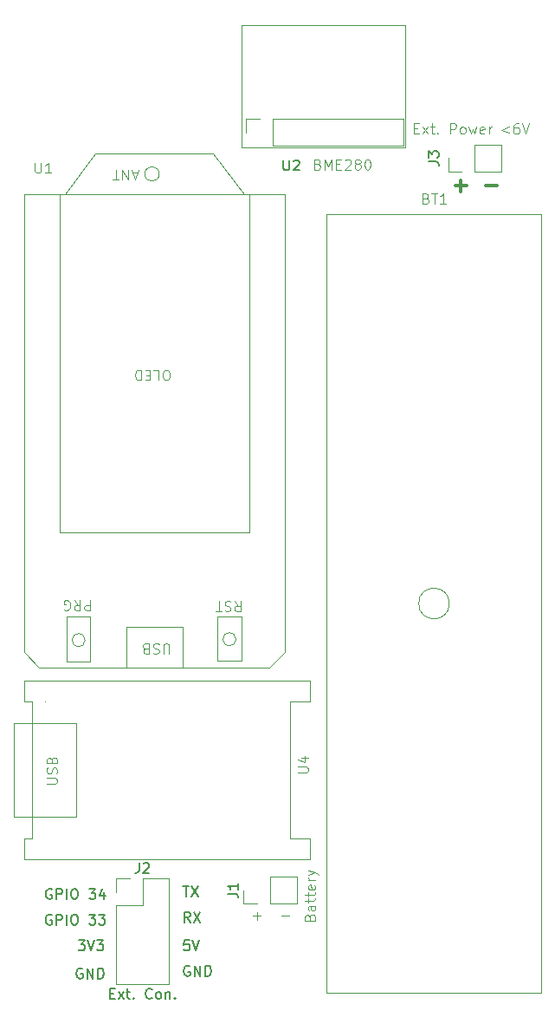
<source format=gbr>
%TF.GenerationSoftware,KiCad,Pcbnew,8.0.8*%
%TF.CreationDate,2025-07-12T12:46:27+02:00*%
%TF.ProjectId,lora_sensor_case-sensor_top,6c6f7261-5f73-4656-9e73-6f725f636173,rev?*%
%TF.SameCoordinates,Original*%
%TF.FileFunction,Legend,Top*%
%TF.FilePolarity,Positive*%
%FSLAX46Y46*%
G04 Gerber Fmt 4.6, Leading zero omitted, Abs format (unit mm)*
G04 Created by KiCad (PCBNEW 8.0.8) date 2025-07-12 12:46:27*
%MOMM*%
%LPD*%
G01*
G04 APERTURE LIST*
%ADD10C,0.150000*%
%ADD11C,0.100000*%
%ADD12C,0.125000*%
%ADD13C,0.300000*%
%ADD14C,0.120000*%
G04 APERTURE END LIST*
D10*
X117658207Y-150119819D02*
X117324874Y-149643628D01*
X117086779Y-150119819D02*
X117086779Y-149119819D01*
X117086779Y-149119819D02*
X117467731Y-149119819D01*
X117467731Y-149119819D02*
X117562969Y-149167438D01*
X117562969Y-149167438D02*
X117610588Y-149215057D01*
X117610588Y-149215057D02*
X117658207Y-149310295D01*
X117658207Y-149310295D02*
X117658207Y-149453152D01*
X117658207Y-149453152D02*
X117610588Y-149548390D01*
X117610588Y-149548390D02*
X117562969Y-149596009D01*
X117562969Y-149596009D02*
X117467731Y-149643628D01*
X117467731Y-149643628D02*
X117086779Y-149643628D01*
X117991541Y-149119819D02*
X118658207Y-150119819D01*
X118658207Y-149119819D02*
X117991541Y-150119819D01*
X107110588Y-154667438D02*
X107015350Y-154619819D01*
X107015350Y-154619819D02*
X106872493Y-154619819D01*
X106872493Y-154619819D02*
X106729636Y-154667438D01*
X106729636Y-154667438D02*
X106634398Y-154762676D01*
X106634398Y-154762676D02*
X106586779Y-154857914D01*
X106586779Y-154857914D02*
X106539160Y-155048390D01*
X106539160Y-155048390D02*
X106539160Y-155191247D01*
X106539160Y-155191247D02*
X106586779Y-155381723D01*
X106586779Y-155381723D02*
X106634398Y-155476961D01*
X106634398Y-155476961D02*
X106729636Y-155572200D01*
X106729636Y-155572200D02*
X106872493Y-155619819D01*
X106872493Y-155619819D02*
X106967731Y-155619819D01*
X106967731Y-155619819D02*
X107110588Y-155572200D01*
X107110588Y-155572200D02*
X107158207Y-155524580D01*
X107158207Y-155524580D02*
X107158207Y-155191247D01*
X107158207Y-155191247D02*
X106967731Y-155191247D01*
X107586779Y-155619819D02*
X107586779Y-154619819D01*
X107586779Y-154619819D02*
X108158207Y-155619819D01*
X108158207Y-155619819D02*
X108158207Y-154619819D01*
X108634398Y-155619819D02*
X108634398Y-154619819D01*
X108634398Y-154619819D02*
X108872493Y-154619819D01*
X108872493Y-154619819D02*
X109015350Y-154667438D01*
X109015350Y-154667438D02*
X109110588Y-154762676D01*
X109110588Y-154762676D02*
X109158207Y-154857914D01*
X109158207Y-154857914D02*
X109205826Y-155048390D01*
X109205826Y-155048390D02*
X109205826Y-155191247D01*
X109205826Y-155191247D02*
X109158207Y-155381723D01*
X109158207Y-155381723D02*
X109110588Y-155476961D01*
X109110588Y-155476961D02*
X109015350Y-155572200D01*
X109015350Y-155572200D02*
X108872493Y-155619819D01*
X108872493Y-155619819D02*
X108634398Y-155619819D01*
D11*
X130137217Y-76098609D02*
X130280074Y-76146228D01*
X130280074Y-76146228D02*
X130327693Y-76193847D01*
X130327693Y-76193847D02*
X130375312Y-76289085D01*
X130375312Y-76289085D02*
X130375312Y-76431942D01*
X130375312Y-76431942D02*
X130327693Y-76527180D01*
X130327693Y-76527180D02*
X130280074Y-76574800D01*
X130280074Y-76574800D02*
X130184836Y-76622419D01*
X130184836Y-76622419D02*
X129803884Y-76622419D01*
X129803884Y-76622419D02*
X129803884Y-75622419D01*
X129803884Y-75622419D02*
X130137217Y-75622419D01*
X130137217Y-75622419D02*
X130232455Y-75670038D01*
X130232455Y-75670038D02*
X130280074Y-75717657D01*
X130280074Y-75717657D02*
X130327693Y-75812895D01*
X130327693Y-75812895D02*
X130327693Y-75908133D01*
X130327693Y-75908133D02*
X130280074Y-76003371D01*
X130280074Y-76003371D02*
X130232455Y-76050990D01*
X130232455Y-76050990D02*
X130137217Y-76098609D01*
X130137217Y-76098609D02*
X129803884Y-76098609D01*
X130803884Y-76622419D02*
X130803884Y-75622419D01*
X130803884Y-75622419D02*
X131137217Y-76336704D01*
X131137217Y-76336704D02*
X131470550Y-75622419D01*
X131470550Y-75622419D02*
X131470550Y-76622419D01*
X131946741Y-76098609D02*
X132280074Y-76098609D01*
X132422931Y-76622419D02*
X131946741Y-76622419D01*
X131946741Y-76622419D02*
X131946741Y-75622419D01*
X131946741Y-75622419D02*
X132422931Y-75622419D01*
X132803884Y-75717657D02*
X132851503Y-75670038D01*
X132851503Y-75670038D02*
X132946741Y-75622419D01*
X132946741Y-75622419D02*
X133184836Y-75622419D01*
X133184836Y-75622419D02*
X133280074Y-75670038D01*
X133280074Y-75670038D02*
X133327693Y-75717657D01*
X133327693Y-75717657D02*
X133375312Y-75812895D01*
X133375312Y-75812895D02*
X133375312Y-75908133D01*
X133375312Y-75908133D02*
X133327693Y-76050990D01*
X133327693Y-76050990D02*
X132756265Y-76622419D01*
X132756265Y-76622419D02*
X133375312Y-76622419D01*
X133946741Y-76050990D02*
X133851503Y-76003371D01*
X133851503Y-76003371D02*
X133803884Y-75955752D01*
X133803884Y-75955752D02*
X133756265Y-75860514D01*
X133756265Y-75860514D02*
X133756265Y-75812895D01*
X133756265Y-75812895D02*
X133803884Y-75717657D01*
X133803884Y-75717657D02*
X133851503Y-75670038D01*
X133851503Y-75670038D02*
X133946741Y-75622419D01*
X133946741Y-75622419D02*
X134137217Y-75622419D01*
X134137217Y-75622419D02*
X134232455Y-75670038D01*
X134232455Y-75670038D02*
X134280074Y-75717657D01*
X134280074Y-75717657D02*
X134327693Y-75812895D01*
X134327693Y-75812895D02*
X134327693Y-75860514D01*
X134327693Y-75860514D02*
X134280074Y-75955752D01*
X134280074Y-75955752D02*
X134232455Y-76003371D01*
X134232455Y-76003371D02*
X134137217Y-76050990D01*
X134137217Y-76050990D02*
X133946741Y-76050990D01*
X133946741Y-76050990D02*
X133851503Y-76098609D01*
X133851503Y-76098609D02*
X133803884Y-76146228D01*
X133803884Y-76146228D02*
X133756265Y-76241466D01*
X133756265Y-76241466D02*
X133756265Y-76431942D01*
X133756265Y-76431942D02*
X133803884Y-76527180D01*
X133803884Y-76527180D02*
X133851503Y-76574800D01*
X133851503Y-76574800D02*
X133946741Y-76622419D01*
X133946741Y-76622419D02*
X134137217Y-76622419D01*
X134137217Y-76622419D02*
X134232455Y-76574800D01*
X134232455Y-76574800D02*
X134280074Y-76527180D01*
X134280074Y-76527180D02*
X134327693Y-76431942D01*
X134327693Y-76431942D02*
X134327693Y-76241466D01*
X134327693Y-76241466D02*
X134280074Y-76146228D01*
X134280074Y-76146228D02*
X134232455Y-76098609D01*
X134232455Y-76098609D02*
X134137217Y-76050990D01*
X134946741Y-75622419D02*
X135041979Y-75622419D01*
X135041979Y-75622419D02*
X135137217Y-75670038D01*
X135137217Y-75670038D02*
X135184836Y-75717657D01*
X135184836Y-75717657D02*
X135232455Y-75812895D01*
X135232455Y-75812895D02*
X135280074Y-76003371D01*
X135280074Y-76003371D02*
X135280074Y-76241466D01*
X135280074Y-76241466D02*
X135232455Y-76431942D01*
X135232455Y-76431942D02*
X135184836Y-76527180D01*
X135184836Y-76527180D02*
X135137217Y-76574800D01*
X135137217Y-76574800D02*
X135041979Y-76622419D01*
X135041979Y-76622419D02*
X134946741Y-76622419D01*
X134946741Y-76622419D02*
X134851503Y-76574800D01*
X134851503Y-76574800D02*
X134803884Y-76527180D01*
X134803884Y-76527180D02*
X134756265Y-76431942D01*
X134756265Y-76431942D02*
X134708646Y-76241466D01*
X134708646Y-76241466D02*
X134708646Y-76003371D01*
X134708646Y-76003371D02*
X134756265Y-75812895D01*
X134756265Y-75812895D02*
X134803884Y-75717657D01*
X134803884Y-75717657D02*
X134851503Y-75670038D01*
X134851503Y-75670038D02*
X134946741Y-75622419D01*
D12*
X148832236Y-72454452D02*
X148070331Y-72740166D01*
X148070331Y-72740166D02*
X148832236Y-73025880D01*
X149736997Y-72121119D02*
X149546521Y-72121119D01*
X149546521Y-72121119D02*
X149451283Y-72168738D01*
X149451283Y-72168738D02*
X149403664Y-72216357D01*
X149403664Y-72216357D02*
X149308426Y-72359214D01*
X149308426Y-72359214D02*
X149260807Y-72549690D01*
X149260807Y-72549690D02*
X149260807Y-72930642D01*
X149260807Y-72930642D02*
X149308426Y-73025880D01*
X149308426Y-73025880D02*
X149356045Y-73073500D01*
X149356045Y-73073500D02*
X149451283Y-73121119D01*
X149451283Y-73121119D02*
X149641759Y-73121119D01*
X149641759Y-73121119D02*
X149736997Y-73073500D01*
X149736997Y-73073500D02*
X149784616Y-73025880D01*
X149784616Y-73025880D02*
X149832235Y-72930642D01*
X149832235Y-72930642D02*
X149832235Y-72692547D01*
X149832235Y-72692547D02*
X149784616Y-72597309D01*
X149784616Y-72597309D02*
X149736997Y-72549690D01*
X149736997Y-72549690D02*
X149641759Y-72502071D01*
X149641759Y-72502071D02*
X149451283Y-72502071D01*
X149451283Y-72502071D02*
X149356045Y-72549690D01*
X149356045Y-72549690D02*
X149308426Y-72597309D01*
X149308426Y-72597309D02*
X149260807Y-72692547D01*
X150117950Y-72121119D02*
X150451283Y-73121119D01*
X150451283Y-73121119D02*
X150784616Y-72121119D01*
D11*
X123803884Y-149491466D02*
X124565789Y-149491466D01*
X124184836Y-149872419D02*
X124184836Y-149110514D01*
D10*
X116958922Y-146619819D02*
X117530350Y-146619819D01*
X117244636Y-147619819D02*
X117244636Y-146619819D01*
X117768446Y-146619819D02*
X118435112Y-147619819D01*
X118435112Y-146619819D02*
X117768446Y-147619819D01*
X117562969Y-151869819D02*
X117086779Y-151869819D01*
X117086779Y-151869819D02*
X117039160Y-152346009D01*
X117039160Y-152346009D02*
X117086779Y-152298390D01*
X117086779Y-152298390D02*
X117182017Y-152250771D01*
X117182017Y-152250771D02*
X117420112Y-152250771D01*
X117420112Y-152250771D02*
X117515350Y-152298390D01*
X117515350Y-152298390D02*
X117562969Y-152346009D01*
X117562969Y-152346009D02*
X117610588Y-152441247D01*
X117610588Y-152441247D02*
X117610588Y-152679342D01*
X117610588Y-152679342D02*
X117562969Y-152774580D01*
X117562969Y-152774580D02*
X117515350Y-152822200D01*
X117515350Y-152822200D02*
X117420112Y-152869819D01*
X117420112Y-152869819D02*
X117182017Y-152869819D01*
X117182017Y-152869819D02*
X117086779Y-152822200D01*
X117086779Y-152822200D02*
X117039160Y-152774580D01*
X117896303Y-151869819D02*
X118229636Y-152869819D01*
X118229636Y-152869819D02*
X118562969Y-151869819D01*
D13*
X146554510Y-78229400D02*
X147697368Y-78229400D01*
X143554510Y-78229400D02*
X144697368Y-78229400D01*
X144125939Y-78800828D02*
X144125939Y-77657971D01*
D10*
X106741541Y-151869819D02*
X107360588Y-151869819D01*
X107360588Y-151869819D02*
X107027255Y-152250771D01*
X107027255Y-152250771D02*
X107170112Y-152250771D01*
X107170112Y-152250771D02*
X107265350Y-152298390D01*
X107265350Y-152298390D02*
X107312969Y-152346009D01*
X107312969Y-152346009D02*
X107360588Y-152441247D01*
X107360588Y-152441247D02*
X107360588Y-152679342D01*
X107360588Y-152679342D02*
X107312969Y-152774580D01*
X107312969Y-152774580D02*
X107265350Y-152822200D01*
X107265350Y-152822200D02*
X107170112Y-152869819D01*
X107170112Y-152869819D02*
X106884398Y-152869819D01*
X106884398Y-152869819D02*
X106789160Y-152822200D01*
X106789160Y-152822200D02*
X106741541Y-152774580D01*
X107646303Y-151869819D02*
X107979636Y-152869819D01*
X107979636Y-152869819D02*
X108312969Y-151869819D01*
X108551065Y-151869819D02*
X109170112Y-151869819D01*
X109170112Y-151869819D02*
X108836779Y-152250771D01*
X108836779Y-152250771D02*
X108979636Y-152250771D01*
X108979636Y-152250771D02*
X109074874Y-152298390D01*
X109074874Y-152298390D02*
X109122493Y-152346009D01*
X109122493Y-152346009D02*
X109170112Y-152441247D01*
X109170112Y-152441247D02*
X109170112Y-152679342D01*
X109170112Y-152679342D02*
X109122493Y-152774580D01*
X109122493Y-152774580D02*
X109074874Y-152822200D01*
X109074874Y-152822200D02*
X108979636Y-152869819D01*
X108979636Y-152869819D02*
X108693922Y-152869819D01*
X108693922Y-152869819D02*
X108598684Y-152822200D01*
X108598684Y-152822200D02*
X108551065Y-152774580D01*
X117610588Y-154417438D02*
X117515350Y-154369819D01*
X117515350Y-154369819D02*
X117372493Y-154369819D01*
X117372493Y-154369819D02*
X117229636Y-154417438D01*
X117229636Y-154417438D02*
X117134398Y-154512676D01*
X117134398Y-154512676D02*
X117086779Y-154607914D01*
X117086779Y-154607914D02*
X117039160Y-154798390D01*
X117039160Y-154798390D02*
X117039160Y-154941247D01*
X117039160Y-154941247D02*
X117086779Y-155131723D01*
X117086779Y-155131723D02*
X117134398Y-155226961D01*
X117134398Y-155226961D02*
X117229636Y-155322200D01*
X117229636Y-155322200D02*
X117372493Y-155369819D01*
X117372493Y-155369819D02*
X117467731Y-155369819D01*
X117467731Y-155369819D02*
X117610588Y-155322200D01*
X117610588Y-155322200D02*
X117658207Y-155274580D01*
X117658207Y-155274580D02*
X117658207Y-154941247D01*
X117658207Y-154941247D02*
X117467731Y-154941247D01*
X118086779Y-155369819D02*
X118086779Y-154369819D01*
X118086779Y-154369819D02*
X118658207Y-155369819D01*
X118658207Y-155369819D02*
X118658207Y-154369819D01*
X119134398Y-155369819D02*
X119134398Y-154369819D01*
X119134398Y-154369819D02*
X119372493Y-154369819D01*
X119372493Y-154369819D02*
X119515350Y-154417438D01*
X119515350Y-154417438D02*
X119610588Y-154512676D01*
X119610588Y-154512676D02*
X119658207Y-154607914D01*
X119658207Y-154607914D02*
X119705826Y-154798390D01*
X119705826Y-154798390D02*
X119705826Y-154941247D01*
X119705826Y-154941247D02*
X119658207Y-155131723D01*
X119658207Y-155131723D02*
X119610588Y-155226961D01*
X119610588Y-155226961D02*
X119515350Y-155322200D01*
X119515350Y-155322200D02*
X119372493Y-155369819D01*
X119372493Y-155369819D02*
X119134398Y-155369819D01*
D12*
X139570331Y-72597309D02*
X139903664Y-72597309D01*
X140046521Y-73121119D02*
X139570331Y-73121119D01*
X139570331Y-73121119D02*
X139570331Y-72121119D01*
X139570331Y-72121119D02*
X140046521Y-72121119D01*
X140379855Y-73121119D02*
X140903664Y-72454452D01*
X140379855Y-72454452D02*
X140903664Y-73121119D01*
X141141760Y-72454452D02*
X141522712Y-72454452D01*
X141284617Y-72121119D02*
X141284617Y-72978261D01*
X141284617Y-72978261D02*
X141332236Y-73073500D01*
X141332236Y-73073500D02*
X141427474Y-73121119D01*
X141427474Y-73121119D02*
X141522712Y-73121119D01*
X141856046Y-73025880D02*
X141903665Y-73073500D01*
X141903665Y-73073500D02*
X141856046Y-73121119D01*
X141856046Y-73121119D02*
X141808427Y-73073500D01*
X141808427Y-73073500D02*
X141856046Y-73025880D01*
X141856046Y-73025880D02*
X141856046Y-73121119D01*
X143094141Y-73121119D02*
X143094141Y-72121119D01*
X143094141Y-72121119D02*
X143475093Y-72121119D01*
X143475093Y-72121119D02*
X143570331Y-72168738D01*
X143570331Y-72168738D02*
X143617950Y-72216357D01*
X143617950Y-72216357D02*
X143665569Y-72311595D01*
X143665569Y-72311595D02*
X143665569Y-72454452D01*
X143665569Y-72454452D02*
X143617950Y-72549690D01*
X143617950Y-72549690D02*
X143570331Y-72597309D01*
X143570331Y-72597309D02*
X143475093Y-72644928D01*
X143475093Y-72644928D02*
X143094141Y-72644928D01*
X144236998Y-73121119D02*
X144141760Y-73073500D01*
X144141760Y-73073500D02*
X144094141Y-73025880D01*
X144094141Y-73025880D02*
X144046522Y-72930642D01*
X144046522Y-72930642D02*
X144046522Y-72644928D01*
X144046522Y-72644928D02*
X144094141Y-72549690D01*
X144094141Y-72549690D02*
X144141760Y-72502071D01*
X144141760Y-72502071D02*
X144236998Y-72454452D01*
X144236998Y-72454452D02*
X144379855Y-72454452D01*
X144379855Y-72454452D02*
X144475093Y-72502071D01*
X144475093Y-72502071D02*
X144522712Y-72549690D01*
X144522712Y-72549690D02*
X144570331Y-72644928D01*
X144570331Y-72644928D02*
X144570331Y-72930642D01*
X144570331Y-72930642D02*
X144522712Y-73025880D01*
X144522712Y-73025880D02*
X144475093Y-73073500D01*
X144475093Y-73073500D02*
X144379855Y-73121119D01*
X144379855Y-73121119D02*
X144236998Y-73121119D01*
X144903665Y-72454452D02*
X145094141Y-73121119D01*
X145094141Y-73121119D02*
X145284617Y-72644928D01*
X145284617Y-72644928D02*
X145475093Y-73121119D01*
X145475093Y-73121119D02*
X145665569Y-72454452D01*
X146427474Y-73073500D02*
X146332236Y-73121119D01*
X146332236Y-73121119D02*
X146141760Y-73121119D01*
X146141760Y-73121119D02*
X146046522Y-73073500D01*
X146046522Y-73073500D02*
X145998903Y-72978261D01*
X145998903Y-72978261D02*
X145998903Y-72597309D01*
X145998903Y-72597309D02*
X146046522Y-72502071D01*
X146046522Y-72502071D02*
X146141760Y-72454452D01*
X146141760Y-72454452D02*
X146332236Y-72454452D01*
X146332236Y-72454452D02*
X146427474Y-72502071D01*
X146427474Y-72502071D02*
X146475093Y-72597309D01*
X146475093Y-72597309D02*
X146475093Y-72692547D01*
X146475093Y-72692547D02*
X145998903Y-72787785D01*
X146903665Y-73121119D02*
X146903665Y-72454452D01*
X146903665Y-72644928D02*
X146951284Y-72549690D01*
X146951284Y-72549690D02*
X146998903Y-72502071D01*
X146998903Y-72502071D02*
X147094141Y-72454452D01*
X147094141Y-72454452D02*
X147189379Y-72454452D01*
D11*
X126553884Y-149491466D02*
X127315789Y-149491466D01*
D10*
X104110588Y-149417438D02*
X104015350Y-149369819D01*
X104015350Y-149369819D02*
X103872493Y-149369819D01*
X103872493Y-149369819D02*
X103729636Y-149417438D01*
X103729636Y-149417438D02*
X103634398Y-149512676D01*
X103634398Y-149512676D02*
X103586779Y-149607914D01*
X103586779Y-149607914D02*
X103539160Y-149798390D01*
X103539160Y-149798390D02*
X103539160Y-149941247D01*
X103539160Y-149941247D02*
X103586779Y-150131723D01*
X103586779Y-150131723D02*
X103634398Y-150226961D01*
X103634398Y-150226961D02*
X103729636Y-150322200D01*
X103729636Y-150322200D02*
X103872493Y-150369819D01*
X103872493Y-150369819D02*
X103967731Y-150369819D01*
X103967731Y-150369819D02*
X104110588Y-150322200D01*
X104110588Y-150322200D02*
X104158207Y-150274580D01*
X104158207Y-150274580D02*
X104158207Y-149941247D01*
X104158207Y-149941247D02*
X103967731Y-149941247D01*
X104586779Y-150369819D02*
X104586779Y-149369819D01*
X104586779Y-149369819D02*
X104967731Y-149369819D01*
X104967731Y-149369819D02*
X105062969Y-149417438D01*
X105062969Y-149417438D02*
X105110588Y-149465057D01*
X105110588Y-149465057D02*
X105158207Y-149560295D01*
X105158207Y-149560295D02*
X105158207Y-149703152D01*
X105158207Y-149703152D02*
X105110588Y-149798390D01*
X105110588Y-149798390D02*
X105062969Y-149846009D01*
X105062969Y-149846009D02*
X104967731Y-149893628D01*
X104967731Y-149893628D02*
X104586779Y-149893628D01*
X105586779Y-150369819D02*
X105586779Y-149369819D01*
X106253445Y-149369819D02*
X106443921Y-149369819D01*
X106443921Y-149369819D02*
X106539159Y-149417438D01*
X106539159Y-149417438D02*
X106634397Y-149512676D01*
X106634397Y-149512676D02*
X106682016Y-149703152D01*
X106682016Y-149703152D02*
X106682016Y-150036485D01*
X106682016Y-150036485D02*
X106634397Y-150226961D01*
X106634397Y-150226961D02*
X106539159Y-150322200D01*
X106539159Y-150322200D02*
X106443921Y-150369819D01*
X106443921Y-150369819D02*
X106253445Y-150369819D01*
X106253445Y-150369819D02*
X106158207Y-150322200D01*
X106158207Y-150322200D02*
X106062969Y-150226961D01*
X106062969Y-150226961D02*
X106015350Y-150036485D01*
X106015350Y-150036485D02*
X106015350Y-149703152D01*
X106015350Y-149703152D02*
X106062969Y-149512676D01*
X106062969Y-149512676D02*
X106158207Y-149417438D01*
X106158207Y-149417438D02*
X106253445Y-149369819D01*
X107777255Y-149369819D02*
X108396302Y-149369819D01*
X108396302Y-149369819D02*
X108062969Y-149750771D01*
X108062969Y-149750771D02*
X108205826Y-149750771D01*
X108205826Y-149750771D02*
X108301064Y-149798390D01*
X108301064Y-149798390D02*
X108348683Y-149846009D01*
X108348683Y-149846009D02*
X108396302Y-149941247D01*
X108396302Y-149941247D02*
X108396302Y-150179342D01*
X108396302Y-150179342D02*
X108348683Y-150274580D01*
X108348683Y-150274580D02*
X108301064Y-150322200D01*
X108301064Y-150322200D02*
X108205826Y-150369819D01*
X108205826Y-150369819D02*
X107920112Y-150369819D01*
X107920112Y-150369819D02*
X107824874Y-150322200D01*
X107824874Y-150322200D02*
X107777255Y-150274580D01*
X108729636Y-149369819D02*
X109348683Y-149369819D01*
X109348683Y-149369819D02*
X109015350Y-149750771D01*
X109015350Y-149750771D02*
X109158207Y-149750771D01*
X109158207Y-149750771D02*
X109253445Y-149798390D01*
X109253445Y-149798390D02*
X109301064Y-149846009D01*
X109301064Y-149846009D02*
X109348683Y-149941247D01*
X109348683Y-149941247D02*
X109348683Y-150179342D01*
X109348683Y-150179342D02*
X109301064Y-150274580D01*
X109301064Y-150274580D02*
X109253445Y-150322200D01*
X109253445Y-150322200D02*
X109158207Y-150369819D01*
X109158207Y-150369819D02*
X108872493Y-150369819D01*
X108872493Y-150369819D02*
X108777255Y-150322200D01*
X108777255Y-150322200D02*
X108729636Y-150274580D01*
X104110588Y-146917438D02*
X104015350Y-146869819D01*
X104015350Y-146869819D02*
X103872493Y-146869819D01*
X103872493Y-146869819D02*
X103729636Y-146917438D01*
X103729636Y-146917438D02*
X103634398Y-147012676D01*
X103634398Y-147012676D02*
X103586779Y-147107914D01*
X103586779Y-147107914D02*
X103539160Y-147298390D01*
X103539160Y-147298390D02*
X103539160Y-147441247D01*
X103539160Y-147441247D02*
X103586779Y-147631723D01*
X103586779Y-147631723D02*
X103634398Y-147726961D01*
X103634398Y-147726961D02*
X103729636Y-147822200D01*
X103729636Y-147822200D02*
X103872493Y-147869819D01*
X103872493Y-147869819D02*
X103967731Y-147869819D01*
X103967731Y-147869819D02*
X104110588Y-147822200D01*
X104110588Y-147822200D02*
X104158207Y-147774580D01*
X104158207Y-147774580D02*
X104158207Y-147441247D01*
X104158207Y-147441247D02*
X103967731Y-147441247D01*
X104586779Y-147869819D02*
X104586779Y-146869819D01*
X104586779Y-146869819D02*
X104967731Y-146869819D01*
X104967731Y-146869819D02*
X105062969Y-146917438D01*
X105062969Y-146917438D02*
X105110588Y-146965057D01*
X105110588Y-146965057D02*
X105158207Y-147060295D01*
X105158207Y-147060295D02*
X105158207Y-147203152D01*
X105158207Y-147203152D02*
X105110588Y-147298390D01*
X105110588Y-147298390D02*
X105062969Y-147346009D01*
X105062969Y-147346009D02*
X104967731Y-147393628D01*
X104967731Y-147393628D02*
X104586779Y-147393628D01*
X105586779Y-147869819D02*
X105586779Y-146869819D01*
X106253445Y-146869819D02*
X106443921Y-146869819D01*
X106443921Y-146869819D02*
X106539159Y-146917438D01*
X106539159Y-146917438D02*
X106634397Y-147012676D01*
X106634397Y-147012676D02*
X106682016Y-147203152D01*
X106682016Y-147203152D02*
X106682016Y-147536485D01*
X106682016Y-147536485D02*
X106634397Y-147726961D01*
X106634397Y-147726961D02*
X106539159Y-147822200D01*
X106539159Y-147822200D02*
X106443921Y-147869819D01*
X106443921Y-147869819D02*
X106253445Y-147869819D01*
X106253445Y-147869819D02*
X106158207Y-147822200D01*
X106158207Y-147822200D02*
X106062969Y-147726961D01*
X106062969Y-147726961D02*
X106015350Y-147536485D01*
X106015350Y-147536485D02*
X106015350Y-147203152D01*
X106015350Y-147203152D02*
X106062969Y-147012676D01*
X106062969Y-147012676D02*
X106158207Y-146917438D01*
X106158207Y-146917438D02*
X106253445Y-146869819D01*
X107777255Y-146869819D02*
X108396302Y-146869819D01*
X108396302Y-146869819D02*
X108062969Y-147250771D01*
X108062969Y-147250771D02*
X108205826Y-147250771D01*
X108205826Y-147250771D02*
X108301064Y-147298390D01*
X108301064Y-147298390D02*
X108348683Y-147346009D01*
X108348683Y-147346009D02*
X108396302Y-147441247D01*
X108396302Y-147441247D02*
X108396302Y-147679342D01*
X108396302Y-147679342D02*
X108348683Y-147774580D01*
X108348683Y-147774580D02*
X108301064Y-147822200D01*
X108301064Y-147822200D02*
X108205826Y-147869819D01*
X108205826Y-147869819D02*
X107920112Y-147869819D01*
X107920112Y-147869819D02*
X107824874Y-147822200D01*
X107824874Y-147822200D02*
X107777255Y-147774580D01*
X109253445Y-147203152D02*
X109253445Y-147869819D01*
X109015350Y-146822200D02*
X108777255Y-147536485D01*
X108777255Y-147536485D02*
X109396302Y-147536485D01*
D11*
X129348609Y-149612782D02*
X129396228Y-149469925D01*
X129396228Y-149469925D02*
X129443847Y-149422306D01*
X129443847Y-149422306D02*
X129539085Y-149374687D01*
X129539085Y-149374687D02*
X129681942Y-149374687D01*
X129681942Y-149374687D02*
X129777180Y-149422306D01*
X129777180Y-149422306D02*
X129824800Y-149469925D01*
X129824800Y-149469925D02*
X129872419Y-149565163D01*
X129872419Y-149565163D02*
X129872419Y-149946115D01*
X129872419Y-149946115D02*
X128872419Y-149946115D01*
X128872419Y-149946115D02*
X128872419Y-149612782D01*
X128872419Y-149612782D02*
X128920038Y-149517544D01*
X128920038Y-149517544D02*
X128967657Y-149469925D01*
X128967657Y-149469925D02*
X129062895Y-149422306D01*
X129062895Y-149422306D02*
X129158133Y-149422306D01*
X129158133Y-149422306D02*
X129253371Y-149469925D01*
X129253371Y-149469925D02*
X129300990Y-149517544D01*
X129300990Y-149517544D02*
X129348609Y-149612782D01*
X129348609Y-149612782D02*
X129348609Y-149946115D01*
X129872419Y-148517544D02*
X129348609Y-148517544D01*
X129348609Y-148517544D02*
X129253371Y-148565163D01*
X129253371Y-148565163D02*
X129205752Y-148660401D01*
X129205752Y-148660401D02*
X129205752Y-148850877D01*
X129205752Y-148850877D02*
X129253371Y-148946115D01*
X129824800Y-148517544D02*
X129872419Y-148612782D01*
X129872419Y-148612782D02*
X129872419Y-148850877D01*
X129872419Y-148850877D02*
X129824800Y-148946115D01*
X129824800Y-148946115D02*
X129729561Y-148993734D01*
X129729561Y-148993734D02*
X129634323Y-148993734D01*
X129634323Y-148993734D02*
X129539085Y-148946115D01*
X129539085Y-148946115D02*
X129491466Y-148850877D01*
X129491466Y-148850877D02*
X129491466Y-148612782D01*
X129491466Y-148612782D02*
X129443847Y-148517544D01*
X129205752Y-148184210D02*
X129205752Y-147803258D01*
X128872419Y-148041353D02*
X129729561Y-148041353D01*
X129729561Y-148041353D02*
X129824800Y-147993734D01*
X129824800Y-147993734D02*
X129872419Y-147898496D01*
X129872419Y-147898496D02*
X129872419Y-147803258D01*
X129205752Y-147612781D02*
X129205752Y-147231829D01*
X128872419Y-147469924D02*
X129729561Y-147469924D01*
X129729561Y-147469924D02*
X129824800Y-147422305D01*
X129824800Y-147422305D02*
X129872419Y-147327067D01*
X129872419Y-147327067D02*
X129872419Y-147231829D01*
X129824800Y-146517543D02*
X129872419Y-146612781D01*
X129872419Y-146612781D02*
X129872419Y-146803257D01*
X129872419Y-146803257D02*
X129824800Y-146898495D01*
X129824800Y-146898495D02*
X129729561Y-146946114D01*
X129729561Y-146946114D02*
X129348609Y-146946114D01*
X129348609Y-146946114D02*
X129253371Y-146898495D01*
X129253371Y-146898495D02*
X129205752Y-146803257D01*
X129205752Y-146803257D02*
X129205752Y-146612781D01*
X129205752Y-146612781D02*
X129253371Y-146517543D01*
X129253371Y-146517543D02*
X129348609Y-146469924D01*
X129348609Y-146469924D02*
X129443847Y-146469924D01*
X129443847Y-146469924D02*
X129539085Y-146946114D01*
X129872419Y-146041352D02*
X129205752Y-146041352D01*
X129396228Y-146041352D02*
X129300990Y-145993733D01*
X129300990Y-145993733D02*
X129253371Y-145946114D01*
X129253371Y-145946114D02*
X129205752Y-145850876D01*
X129205752Y-145850876D02*
X129205752Y-145755638D01*
X129205752Y-145517542D02*
X129872419Y-145279447D01*
X129205752Y-145041352D02*
X129872419Y-145279447D01*
X129872419Y-145279447D02*
X130110514Y-145374685D01*
X130110514Y-145374685D02*
X130158133Y-145422304D01*
X130158133Y-145422304D02*
X130205752Y-145517542D01*
D10*
X121334819Y-147333333D02*
X122049104Y-147333333D01*
X122049104Y-147333333D02*
X122191961Y-147380952D01*
X122191961Y-147380952D02*
X122287200Y-147476190D01*
X122287200Y-147476190D02*
X122334819Y-147619047D01*
X122334819Y-147619047D02*
X122334819Y-147714285D01*
X122334819Y-146333333D02*
X122334819Y-146904761D01*
X122334819Y-146619047D02*
X121334819Y-146619047D01*
X121334819Y-146619047D02*
X121477676Y-146714285D01*
X121477676Y-146714285D02*
X121572914Y-146809523D01*
X121572914Y-146809523D02*
X121620533Y-146904761D01*
D11*
X140714285Y-79433609D02*
X140857142Y-79481228D01*
X140857142Y-79481228D02*
X140904761Y-79528847D01*
X140904761Y-79528847D02*
X140952380Y-79624085D01*
X140952380Y-79624085D02*
X140952380Y-79766942D01*
X140952380Y-79766942D02*
X140904761Y-79862180D01*
X140904761Y-79862180D02*
X140857142Y-79909800D01*
X140857142Y-79909800D02*
X140761904Y-79957419D01*
X140761904Y-79957419D02*
X140380952Y-79957419D01*
X140380952Y-79957419D02*
X140380952Y-78957419D01*
X140380952Y-78957419D02*
X140714285Y-78957419D01*
X140714285Y-78957419D02*
X140809523Y-79005038D01*
X140809523Y-79005038D02*
X140857142Y-79052657D01*
X140857142Y-79052657D02*
X140904761Y-79147895D01*
X140904761Y-79147895D02*
X140904761Y-79243133D01*
X140904761Y-79243133D02*
X140857142Y-79338371D01*
X140857142Y-79338371D02*
X140809523Y-79385990D01*
X140809523Y-79385990D02*
X140714285Y-79433609D01*
X140714285Y-79433609D02*
X140380952Y-79433609D01*
X141238095Y-78957419D02*
X141809523Y-78957419D01*
X141523809Y-79957419D02*
X141523809Y-78957419D01*
X142666666Y-79957419D02*
X142095238Y-79957419D01*
X142380952Y-79957419D02*
X142380952Y-78957419D01*
X142380952Y-78957419D02*
X142285714Y-79100276D01*
X142285714Y-79100276D02*
X142190476Y-79195514D01*
X142190476Y-79195514D02*
X142095238Y-79243133D01*
X102488095Y-75957419D02*
X102488095Y-76766942D01*
X102488095Y-76766942D02*
X102535714Y-76862180D01*
X102535714Y-76862180D02*
X102583333Y-76909800D01*
X102583333Y-76909800D02*
X102678571Y-76957419D01*
X102678571Y-76957419D02*
X102869047Y-76957419D01*
X102869047Y-76957419D02*
X102964285Y-76909800D01*
X102964285Y-76909800D02*
X103011904Y-76862180D01*
X103011904Y-76862180D02*
X103059523Y-76766942D01*
X103059523Y-76766942D02*
X103059523Y-75957419D01*
X104059523Y-76957419D02*
X103488095Y-76957419D01*
X103773809Y-76957419D02*
X103773809Y-75957419D01*
X103773809Y-75957419D02*
X103678571Y-76100276D01*
X103678571Y-76100276D02*
X103583333Y-76195514D01*
X103583333Y-76195514D02*
X103488095Y-76243133D01*
X115601515Y-123887780D02*
X115601515Y-123078257D01*
X115601515Y-123078257D02*
X115553896Y-122983019D01*
X115553896Y-122983019D02*
X115506277Y-122935400D01*
X115506277Y-122935400D02*
X115411039Y-122887780D01*
X115411039Y-122887780D02*
X115220563Y-122887780D01*
X115220563Y-122887780D02*
X115125325Y-122935400D01*
X115125325Y-122935400D02*
X115077706Y-122983019D01*
X115077706Y-122983019D02*
X115030087Y-123078257D01*
X115030087Y-123078257D02*
X115030087Y-123887780D01*
X114601515Y-122935400D02*
X114458658Y-122887780D01*
X114458658Y-122887780D02*
X114220563Y-122887780D01*
X114220563Y-122887780D02*
X114125325Y-122935400D01*
X114125325Y-122935400D02*
X114077706Y-122983019D01*
X114077706Y-122983019D02*
X114030087Y-123078257D01*
X114030087Y-123078257D02*
X114030087Y-123173495D01*
X114030087Y-123173495D02*
X114077706Y-123268733D01*
X114077706Y-123268733D02*
X114125325Y-123316352D01*
X114125325Y-123316352D02*
X114220563Y-123363971D01*
X114220563Y-123363971D02*
X114411039Y-123411590D01*
X114411039Y-123411590D02*
X114506277Y-123459209D01*
X114506277Y-123459209D02*
X114553896Y-123506828D01*
X114553896Y-123506828D02*
X114601515Y-123602066D01*
X114601515Y-123602066D02*
X114601515Y-123697304D01*
X114601515Y-123697304D02*
X114553896Y-123792542D01*
X114553896Y-123792542D02*
X114506277Y-123840161D01*
X114506277Y-123840161D02*
X114411039Y-123887780D01*
X114411039Y-123887780D02*
X114172944Y-123887780D01*
X114172944Y-123887780D02*
X114030087Y-123840161D01*
X113268182Y-123411590D02*
X113125325Y-123363971D01*
X113125325Y-123363971D02*
X113077706Y-123316352D01*
X113077706Y-123316352D02*
X113030087Y-123221114D01*
X113030087Y-123221114D02*
X113030087Y-123078257D01*
X113030087Y-123078257D02*
X113077706Y-122983019D01*
X113077706Y-122983019D02*
X113125325Y-122935400D01*
X113125325Y-122935400D02*
X113220563Y-122887780D01*
X113220563Y-122887780D02*
X113601515Y-122887780D01*
X113601515Y-122887780D02*
X113601515Y-123887780D01*
X113601515Y-123887780D02*
X113268182Y-123887780D01*
X113268182Y-123887780D02*
X113172944Y-123840161D01*
X113172944Y-123840161D02*
X113125325Y-123792542D01*
X113125325Y-123792542D02*
X113077706Y-123697304D01*
X113077706Y-123697304D02*
X113077706Y-123602066D01*
X113077706Y-123602066D02*
X113125325Y-123506828D01*
X113125325Y-123506828D02*
X113172944Y-123459209D01*
X113172944Y-123459209D02*
X113268182Y-123411590D01*
X113268182Y-123411590D02*
X113601515Y-123411590D01*
X121991487Y-118760980D02*
X122324820Y-119237171D01*
X122562915Y-118760980D02*
X122562915Y-119760980D01*
X122562915Y-119760980D02*
X122181963Y-119760980D01*
X122181963Y-119760980D02*
X122086725Y-119713361D01*
X122086725Y-119713361D02*
X122039106Y-119665742D01*
X122039106Y-119665742D02*
X121991487Y-119570504D01*
X121991487Y-119570504D02*
X121991487Y-119427647D01*
X121991487Y-119427647D02*
X122039106Y-119332409D01*
X122039106Y-119332409D02*
X122086725Y-119284790D01*
X122086725Y-119284790D02*
X122181963Y-119237171D01*
X122181963Y-119237171D02*
X122562915Y-119237171D01*
X121610534Y-118808600D02*
X121467677Y-118760980D01*
X121467677Y-118760980D02*
X121229582Y-118760980D01*
X121229582Y-118760980D02*
X121134344Y-118808600D01*
X121134344Y-118808600D02*
X121086725Y-118856219D01*
X121086725Y-118856219D02*
X121039106Y-118951457D01*
X121039106Y-118951457D02*
X121039106Y-119046695D01*
X121039106Y-119046695D02*
X121086725Y-119141933D01*
X121086725Y-119141933D02*
X121134344Y-119189552D01*
X121134344Y-119189552D02*
X121229582Y-119237171D01*
X121229582Y-119237171D02*
X121420058Y-119284790D01*
X121420058Y-119284790D02*
X121515296Y-119332409D01*
X121515296Y-119332409D02*
X121562915Y-119380028D01*
X121562915Y-119380028D02*
X121610534Y-119475266D01*
X121610534Y-119475266D02*
X121610534Y-119570504D01*
X121610534Y-119570504D02*
X121562915Y-119665742D01*
X121562915Y-119665742D02*
X121515296Y-119713361D01*
X121515296Y-119713361D02*
X121420058Y-119760980D01*
X121420058Y-119760980D02*
X121181963Y-119760980D01*
X121181963Y-119760980D02*
X121039106Y-119713361D01*
X120753391Y-119760980D02*
X120181963Y-119760980D01*
X120467677Y-118760980D02*
X120467677Y-119760980D01*
X107881715Y-118659380D02*
X107881715Y-119659380D01*
X107881715Y-119659380D02*
X107500763Y-119659380D01*
X107500763Y-119659380D02*
X107405525Y-119611761D01*
X107405525Y-119611761D02*
X107357906Y-119564142D01*
X107357906Y-119564142D02*
X107310287Y-119468904D01*
X107310287Y-119468904D02*
X107310287Y-119326047D01*
X107310287Y-119326047D02*
X107357906Y-119230809D01*
X107357906Y-119230809D02*
X107405525Y-119183190D01*
X107405525Y-119183190D02*
X107500763Y-119135571D01*
X107500763Y-119135571D02*
X107881715Y-119135571D01*
X106310287Y-118659380D02*
X106643620Y-119135571D01*
X106881715Y-118659380D02*
X106881715Y-119659380D01*
X106881715Y-119659380D02*
X106500763Y-119659380D01*
X106500763Y-119659380D02*
X106405525Y-119611761D01*
X106405525Y-119611761D02*
X106357906Y-119564142D01*
X106357906Y-119564142D02*
X106310287Y-119468904D01*
X106310287Y-119468904D02*
X106310287Y-119326047D01*
X106310287Y-119326047D02*
X106357906Y-119230809D01*
X106357906Y-119230809D02*
X106405525Y-119183190D01*
X106405525Y-119183190D02*
X106500763Y-119135571D01*
X106500763Y-119135571D02*
X106881715Y-119135571D01*
X105357906Y-119611761D02*
X105453144Y-119659380D01*
X105453144Y-119659380D02*
X105596001Y-119659380D01*
X105596001Y-119659380D02*
X105738858Y-119611761D01*
X105738858Y-119611761D02*
X105834096Y-119516523D01*
X105834096Y-119516523D02*
X105881715Y-119421285D01*
X105881715Y-119421285D02*
X105929334Y-119230809D01*
X105929334Y-119230809D02*
X105929334Y-119087952D01*
X105929334Y-119087952D02*
X105881715Y-118897476D01*
X105881715Y-118897476D02*
X105834096Y-118802238D01*
X105834096Y-118802238D02*
X105738858Y-118707000D01*
X105738858Y-118707000D02*
X105596001Y-118659380D01*
X105596001Y-118659380D02*
X105500763Y-118659380D01*
X105500763Y-118659380D02*
X105357906Y-118707000D01*
X105357906Y-118707000D02*
X105310287Y-118754619D01*
X105310287Y-118754619D02*
X105310287Y-119087952D01*
X105310287Y-119087952D02*
X105500763Y-119087952D01*
X115411039Y-97187780D02*
X115220563Y-97187780D01*
X115220563Y-97187780D02*
X115125325Y-97140161D01*
X115125325Y-97140161D02*
X115030087Y-97044923D01*
X115030087Y-97044923D02*
X114982468Y-96854447D01*
X114982468Y-96854447D02*
X114982468Y-96521114D01*
X114982468Y-96521114D02*
X115030087Y-96330638D01*
X115030087Y-96330638D02*
X115125325Y-96235400D01*
X115125325Y-96235400D02*
X115220563Y-96187780D01*
X115220563Y-96187780D02*
X115411039Y-96187780D01*
X115411039Y-96187780D02*
X115506277Y-96235400D01*
X115506277Y-96235400D02*
X115601515Y-96330638D01*
X115601515Y-96330638D02*
X115649134Y-96521114D01*
X115649134Y-96521114D02*
X115649134Y-96854447D01*
X115649134Y-96854447D02*
X115601515Y-97044923D01*
X115601515Y-97044923D02*
X115506277Y-97140161D01*
X115506277Y-97140161D02*
X115411039Y-97187780D01*
X114077706Y-96187780D02*
X114553896Y-96187780D01*
X114553896Y-96187780D02*
X114553896Y-97187780D01*
X113744372Y-96711590D02*
X113411039Y-96711590D01*
X113268182Y-96187780D02*
X113744372Y-96187780D01*
X113744372Y-96187780D02*
X113744372Y-97187780D01*
X113744372Y-97187780D02*
X113268182Y-97187780D01*
X112839610Y-96187780D02*
X112839610Y-97187780D01*
X112839610Y-97187780D02*
X112601515Y-97187780D01*
X112601515Y-97187780D02*
X112458658Y-97140161D01*
X112458658Y-97140161D02*
X112363420Y-97044923D01*
X112363420Y-97044923D02*
X112315801Y-96949685D01*
X112315801Y-96949685D02*
X112268182Y-96759209D01*
X112268182Y-96759209D02*
X112268182Y-96616352D01*
X112268182Y-96616352D02*
X112315801Y-96425876D01*
X112315801Y-96425876D02*
X112363420Y-96330638D01*
X112363420Y-96330638D02*
X112458658Y-96235400D01*
X112458658Y-96235400D02*
X112601515Y-96187780D01*
X112601515Y-96187780D02*
X112839610Y-96187780D01*
X112475934Y-76908095D02*
X111999744Y-76908095D01*
X112571172Y-76622380D02*
X112237839Y-77622380D01*
X112237839Y-77622380D02*
X111904506Y-76622380D01*
X111571172Y-76622380D02*
X111571172Y-77622380D01*
X111571172Y-77622380D02*
X110999744Y-76622380D01*
X110999744Y-76622380D02*
X110999744Y-77622380D01*
X110666410Y-77622380D02*
X110094982Y-77622380D01*
X110380696Y-76622380D02*
X110380696Y-77622380D01*
D10*
X140954819Y-75833333D02*
X141669104Y-75833333D01*
X141669104Y-75833333D02*
X141811961Y-75880952D01*
X141811961Y-75880952D02*
X141907200Y-75976190D01*
X141907200Y-75976190D02*
X141954819Y-76119047D01*
X141954819Y-76119047D02*
X141954819Y-76214285D01*
X140954819Y-75452380D02*
X140954819Y-74833333D01*
X140954819Y-74833333D02*
X141335771Y-75166666D01*
X141335771Y-75166666D02*
X141335771Y-75023809D01*
X141335771Y-75023809D02*
X141383390Y-74928571D01*
X141383390Y-74928571D02*
X141431009Y-74880952D01*
X141431009Y-74880952D02*
X141526247Y-74833333D01*
X141526247Y-74833333D02*
X141764342Y-74833333D01*
X141764342Y-74833333D02*
X141859580Y-74880952D01*
X141859580Y-74880952D02*
X141907200Y-74928571D01*
X141907200Y-74928571D02*
X141954819Y-75023809D01*
X141954819Y-75023809D02*
X141954819Y-75309523D01*
X141954819Y-75309523D02*
X141907200Y-75404761D01*
X141907200Y-75404761D02*
X141859580Y-75452380D01*
X112661666Y-144324817D02*
X112661666Y-145039102D01*
X112661666Y-145039102D02*
X112614047Y-145181959D01*
X112614047Y-145181959D02*
X112518809Y-145277198D01*
X112518809Y-145277198D02*
X112375952Y-145324817D01*
X112375952Y-145324817D02*
X112280714Y-145324817D01*
X113090238Y-144420055D02*
X113137857Y-144372436D01*
X113137857Y-144372436D02*
X113233095Y-144324817D01*
X113233095Y-144324817D02*
X113471190Y-144324817D01*
X113471190Y-144324817D02*
X113566428Y-144372436D01*
X113566428Y-144372436D02*
X113614047Y-144420055D01*
X113614047Y-144420055D02*
X113661666Y-144515293D01*
X113661666Y-144515293D02*
X113661666Y-144610531D01*
X113661666Y-144610531D02*
X113614047Y-144753388D01*
X113614047Y-144753388D02*
X113042619Y-145324817D01*
X113042619Y-145324817D02*
X113661666Y-145324817D01*
X109828333Y-157081007D02*
X110161666Y-157081007D01*
X110304523Y-157604817D02*
X109828333Y-157604817D01*
X109828333Y-157604817D02*
X109828333Y-156604817D01*
X109828333Y-156604817D02*
X110304523Y-156604817D01*
X110637857Y-157604817D02*
X111161666Y-156938150D01*
X110637857Y-156938150D02*
X111161666Y-157604817D01*
X111399762Y-156938150D02*
X111780714Y-156938150D01*
X111542619Y-156604817D02*
X111542619Y-157461959D01*
X111542619Y-157461959D02*
X111590238Y-157557198D01*
X111590238Y-157557198D02*
X111685476Y-157604817D01*
X111685476Y-157604817D02*
X111780714Y-157604817D01*
X112114048Y-157509578D02*
X112161667Y-157557198D01*
X112161667Y-157557198D02*
X112114048Y-157604817D01*
X112114048Y-157604817D02*
X112066429Y-157557198D01*
X112066429Y-157557198D02*
X112114048Y-157509578D01*
X112114048Y-157509578D02*
X112114048Y-157604817D01*
X113923571Y-157509578D02*
X113875952Y-157557198D01*
X113875952Y-157557198D02*
X113733095Y-157604817D01*
X113733095Y-157604817D02*
X113637857Y-157604817D01*
X113637857Y-157604817D02*
X113495000Y-157557198D01*
X113495000Y-157557198D02*
X113399762Y-157461959D01*
X113399762Y-157461959D02*
X113352143Y-157366721D01*
X113352143Y-157366721D02*
X113304524Y-157176245D01*
X113304524Y-157176245D02*
X113304524Y-157033388D01*
X113304524Y-157033388D02*
X113352143Y-156842912D01*
X113352143Y-156842912D02*
X113399762Y-156747674D01*
X113399762Y-156747674D02*
X113495000Y-156652436D01*
X113495000Y-156652436D02*
X113637857Y-156604817D01*
X113637857Y-156604817D02*
X113733095Y-156604817D01*
X113733095Y-156604817D02*
X113875952Y-156652436D01*
X113875952Y-156652436D02*
X113923571Y-156700055D01*
X114495000Y-157604817D02*
X114399762Y-157557198D01*
X114399762Y-157557198D02*
X114352143Y-157509578D01*
X114352143Y-157509578D02*
X114304524Y-157414340D01*
X114304524Y-157414340D02*
X114304524Y-157128626D01*
X114304524Y-157128626D02*
X114352143Y-157033388D01*
X114352143Y-157033388D02*
X114399762Y-156985769D01*
X114399762Y-156985769D02*
X114495000Y-156938150D01*
X114495000Y-156938150D02*
X114637857Y-156938150D01*
X114637857Y-156938150D02*
X114733095Y-156985769D01*
X114733095Y-156985769D02*
X114780714Y-157033388D01*
X114780714Y-157033388D02*
X114828333Y-157128626D01*
X114828333Y-157128626D02*
X114828333Y-157414340D01*
X114828333Y-157414340D02*
X114780714Y-157509578D01*
X114780714Y-157509578D02*
X114733095Y-157557198D01*
X114733095Y-157557198D02*
X114637857Y-157604817D01*
X114637857Y-157604817D02*
X114495000Y-157604817D01*
X115256905Y-156938150D02*
X115256905Y-157604817D01*
X115256905Y-157033388D02*
X115304524Y-156985769D01*
X115304524Y-156985769D02*
X115399762Y-156938150D01*
X115399762Y-156938150D02*
X115542619Y-156938150D01*
X115542619Y-156938150D02*
X115637857Y-156985769D01*
X115637857Y-156985769D02*
X115685476Y-157081007D01*
X115685476Y-157081007D02*
X115685476Y-157604817D01*
X116161667Y-157509578D02*
X116209286Y-157557198D01*
X116209286Y-157557198D02*
X116161667Y-157604817D01*
X116161667Y-157604817D02*
X116114048Y-157557198D01*
X116114048Y-157557198D02*
X116161667Y-157509578D01*
X116161667Y-157509578D02*
X116161667Y-157604817D01*
X126778095Y-75704819D02*
X126778095Y-76514342D01*
X126778095Y-76514342D02*
X126825714Y-76609580D01*
X126825714Y-76609580D02*
X126873333Y-76657200D01*
X126873333Y-76657200D02*
X126968571Y-76704819D01*
X126968571Y-76704819D02*
X127159047Y-76704819D01*
X127159047Y-76704819D02*
X127254285Y-76657200D01*
X127254285Y-76657200D02*
X127301904Y-76609580D01*
X127301904Y-76609580D02*
X127349523Y-76514342D01*
X127349523Y-76514342D02*
X127349523Y-75704819D01*
X127778095Y-75800057D02*
X127825714Y-75752438D01*
X127825714Y-75752438D02*
X127920952Y-75704819D01*
X127920952Y-75704819D02*
X128159047Y-75704819D01*
X128159047Y-75704819D02*
X128254285Y-75752438D01*
X128254285Y-75752438D02*
X128301904Y-75800057D01*
X128301904Y-75800057D02*
X128349523Y-75895295D01*
X128349523Y-75895295D02*
X128349523Y-75990533D01*
X128349523Y-75990533D02*
X128301904Y-76133390D01*
X128301904Y-76133390D02*
X127730476Y-76704819D01*
X127730476Y-76704819D02*
X128349523Y-76704819D01*
D11*
X128202719Y-135511904D02*
X129012242Y-135511904D01*
X129012242Y-135511904D02*
X129107480Y-135464285D01*
X129107480Y-135464285D02*
X129155100Y-135416666D01*
X129155100Y-135416666D02*
X129202719Y-135321428D01*
X129202719Y-135321428D02*
X129202719Y-135130952D01*
X129202719Y-135130952D02*
X129155100Y-135035714D01*
X129155100Y-135035714D02*
X129107480Y-134988095D01*
X129107480Y-134988095D02*
X129012242Y-134940476D01*
X129012242Y-134940476D02*
X128202719Y-134940476D01*
X128536052Y-134035714D02*
X129202719Y-134035714D01*
X128155100Y-134273809D02*
X128869385Y-134511904D01*
X128869385Y-134511904D02*
X128869385Y-133892857D01*
X103637719Y-136612115D02*
X104447242Y-136612115D01*
X104447242Y-136612115D02*
X104542480Y-136564496D01*
X104542480Y-136564496D02*
X104590100Y-136516877D01*
X104590100Y-136516877D02*
X104637719Y-136421639D01*
X104637719Y-136421639D02*
X104637719Y-136231163D01*
X104637719Y-136231163D02*
X104590100Y-136135925D01*
X104590100Y-136135925D02*
X104542480Y-136088306D01*
X104542480Y-136088306D02*
X104447242Y-136040687D01*
X104447242Y-136040687D02*
X103637719Y-136040687D01*
X104590100Y-135612115D02*
X104637719Y-135469258D01*
X104637719Y-135469258D02*
X104637719Y-135231163D01*
X104637719Y-135231163D02*
X104590100Y-135135925D01*
X104590100Y-135135925D02*
X104542480Y-135088306D01*
X104542480Y-135088306D02*
X104447242Y-135040687D01*
X104447242Y-135040687D02*
X104352004Y-135040687D01*
X104352004Y-135040687D02*
X104256766Y-135088306D01*
X104256766Y-135088306D02*
X104209147Y-135135925D01*
X104209147Y-135135925D02*
X104161528Y-135231163D01*
X104161528Y-135231163D02*
X104113909Y-135421639D01*
X104113909Y-135421639D02*
X104066290Y-135516877D01*
X104066290Y-135516877D02*
X104018671Y-135564496D01*
X104018671Y-135564496D02*
X103923433Y-135612115D01*
X103923433Y-135612115D02*
X103828195Y-135612115D01*
X103828195Y-135612115D02*
X103732957Y-135564496D01*
X103732957Y-135564496D02*
X103685338Y-135516877D01*
X103685338Y-135516877D02*
X103637719Y-135421639D01*
X103637719Y-135421639D02*
X103637719Y-135183544D01*
X103637719Y-135183544D02*
X103685338Y-135040687D01*
X104113909Y-134278782D02*
X104161528Y-134135925D01*
X104161528Y-134135925D02*
X104209147Y-134088306D01*
X104209147Y-134088306D02*
X104304385Y-134040687D01*
X104304385Y-134040687D02*
X104447242Y-134040687D01*
X104447242Y-134040687D02*
X104542480Y-134088306D01*
X104542480Y-134088306D02*
X104590100Y-134135925D01*
X104590100Y-134135925D02*
X104637719Y-134231163D01*
X104637719Y-134231163D02*
X104637719Y-134612115D01*
X104637719Y-134612115D02*
X103637719Y-134612115D01*
X103637719Y-134612115D02*
X103637719Y-134278782D01*
X103637719Y-134278782D02*
X103685338Y-134183544D01*
X103685338Y-134183544D02*
X103732957Y-134135925D01*
X103732957Y-134135925D02*
X103828195Y-134088306D01*
X103828195Y-134088306D02*
X103923433Y-134088306D01*
X103923433Y-134088306D02*
X104018671Y-134135925D01*
X104018671Y-134135925D02*
X104066290Y-134183544D01*
X104066290Y-134183544D02*
X104113909Y-134278782D01*
X104113909Y-134278782D02*
X104113909Y-134612115D01*
D14*
%TO.C,J1*%
X122880000Y-148330000D02*
X122880000Y-147000000D01*
X124210000Y-148330000D02*
X122880000Y-148330000D01*
X125480000Y-145670000D02*
X128080000Y-145670000D01*
X125480000Y-148330000D02*
X125480000Y-145670000D01*
X125480000Y-148330000D02*
X128080000Y-148330000D01*
X128080000Y-148330000D02*
X128080000Y-145670000D01*
%TO.C,BT1*%
D11*
X131000000Y-81000000D02*
X152000000Y-81000000D01*
X152000000Y-157000000D01*
X131000000Y-157000000D01*
X131000000Y-81000000D01*
X143000000Y-119000000D02*
G75*
G02*
X140000000Y-119000000I-1500000J0D01*
G01*
X140000000Y-119000000D02*
G75*
G02*
X143000000Y-119000000I1500000J0D01*
G01*
%TO.C,U1*%
X101405400Y-79060200D02*
X105405400Y-79060200D01*
X101405400Y-123760200D02*
X101405400Y-79060200D01*
X101405400Y-123760200D02*
X102905400Y-125260200D01*
X105405400Y-79060200D02*
X108405400Y-75060200D01*
X119905400Y-75060200D02*
X108405400Y-75060200D01*
X122905400Y-79060200D02*
X119905400Y-75060200D01*
X125405400Y-125260200D02*
X102905400Y-125260200D01*
X126905400Y-79060200D02*
X122905400Y-79060200D01*
X126905400Y-79060200D02*
X126905400Y-123760200D01*
X126905400Y-123760200D02*
X125405400Y-125260200D01*
X107906200Y-124653200D02*
X105544000Y-124653200D01*
X105544000Y-120309800D01*
X107906200Y-120309800D01*
X107906200Y-124653200D01*
X116905400Y-125260200D02*
X111405400Y-125260200D01*
X111405400Y-121260200D01*
X116905400Y-121260200D01*
X116905400Y-125260200D01*
X122663600Y-124577000D02*
X120301400Y-124577000D01*
X120301400Y-120233600D01*
X122663600Y-120233600D01*
X122663600Y-124577000D01*
X123405400Y-112060200D02*
X104905400Y-112060200D01*
X104905400Y-79060200D01*
X123405400Y-79060200D01*
X123405400Y-112060200D01*
X107380877Y-122570400D02*
G75*
G02*
X106094723Y-122570400I-643077J0D01*
G01*
X106094723Y-122570400D02*
G75*
G02*
X107380877Y-122570400I643077J0D01*
G01*
X114633107Y-77053600D02*
G75*
G02*
X113218893Y-77053600I-707107J0D01*
G01*
X113218893Y-77053600D02*
G75*
G02*
X114633107Y-77053600I707107J0D01*
G01*
X122138277Y-122494200D02*
G75*
G02*
X120852123Y-122494200I-643077J0D01*
G01*
X120852123Y-122494200D02*
G75*
G02*
X122138277Y-122494200I643077J0D01*
G01*
D14*
%TO.C,J3*%
X142880000Y-76830000D02*
X142880000Y-75500000D01*
X144210000Y-76830000D02*
X142880000Y-76830000D01*
X145480000Y-74170000D02*
X148080000Y-74170000D01*
X145480000Y-76830000D02*
X145480000Y-74170000D01*
X145480000Y-76830000D02*
X148080000Y-76830000D01*
X148080000Y-76830000D02*
X148080000Y-74170000D01*
%TO.C,J2*%
X110395000Y-145869998D02*
X111725000Y-145869998D01*
X110395000Y-147199998D02*
X110395000Y-145869998D01*
X110395000Y-148469998D02*
X110395000Y-156149998D01*
X110395000Y-148469998D02*
X112995000Y-148469998D01*
X110395000Y-156149998D02*
X115595000Y-156149998D01*
X112995000Y-145869998D02*
X115595000Y-145869998D01*
X112995000Y-148469998D02*
X112995000Y-145869998D01*
X115595000Y-145869998D02*
X115595000Y-156149998D01*
%TO.C,U2*%
X123130000Y-71670000D02*
X124460000Y-71670000D01*
X123130000Y-73000000D02*
X123130000Y-71670000D01*
X125730000Y-71670000D02*
X138490000Y-71670000D01*
X125730000Y-74330000D02*
X125730000Y-71670000D01*
X125730000Y-74330000D02*
X138490000Y-74330000D01*
X138490000Y-74330000D02*
X138490000Y-71670000D01*
D11*
X122660000Y-74500000D02*
X138660000Y-74500000D01*
X138660000Y-62500000D01*
X122660000Y-62500000D01*
X122660000Y-74500000D01*
%TO.C,U4*%
X101395300Y-126550000D02*
X101395300Y-128550000D01*
X101395300Y-128550000D02*
X102195300Y-128550000D01*
X101395300Y-141950000D02*
X101395300Y-143950000D01*
X101395300Y-143950000D02*
X129395300Y-143950000D01*
X102195300Y-128550000D02*
X102195300Y-141950000D01*
X102195300Y-141950000D02*
X101395300Y-141950000D01*
X103495300Y-128534000D02*
X103495300Y-128534000D01*
X127395300Y-128550000D02*
X129395300Y-128550000D01*
X127395300Y-141950000D02*
X127395300Y-128550000D01*
X129395300Y-126550000D02*
X101395300Y-126550000D01*
X129395300Y-128550000D02*
X129395300Y-126550000D01*
X129395300Y-141950000D02*
X127395300Y-141950000D01*
X129395300Y-143950000D02*
X129395300Y-141950000D01*
X100404700Y-139822000D02*
X106500700Y-139822000D01*
X106500700Y-130678000D01*
X100404700Y-130678000D01*
X100404700Y-139822000D01*
%TD*%
M02*

</source>
